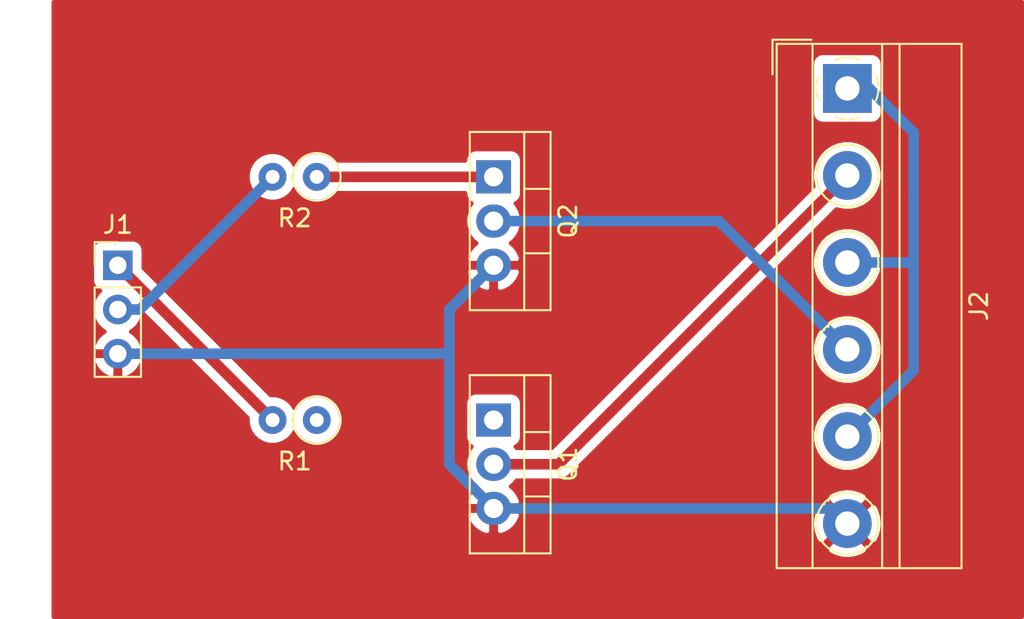
<source format=kicad_pcb>
(kicad_pcb (version 20171130) (host pcbnew "(5.1.10)-1")

  (general
    (thickness 1.6)
    (drawings 0)
    (tracks 22)
    (zones 0)
    (modules 6)
    (nets 9)
  )

  (page A4)
  (layers
    (0 F.Cu signal)
    (31 B.Cu signal)
    (32 B.Adhes user)
    (33 F.Adhes user)
    (34 B.Paste user)
    (35 F.Paste user)
    (36 B.SilkS user)
    (37 F.SilkS user)
    (38 B.Mask user)
    (39 F.Mask user)
    (40 Dwgs.User user)
    (41 Cmts.User user)
    (42 Eco1.User user)
    (43 Eco2.User user)
    (44 Edge.Cuts user)
    (45 Margin user)
    (46 B.CrtYd user)
    (47 F.CrtYd user)
    (48 B.Fab user)
    (49 F.Fab user)
  )

  (setup
    (last_trace_width 0.6096)
    (user_trace_width 0.6096)
    (user_trace_width 1.8796)
    (user_trace_width 4.7244)
    (user_trace_width 6.022)
    (user_trace_width 9.5758)
    (user_trace_width 9.6774)
    (trace_clearance 0.2)
    (zone_clearance 0.508)
    (zone_45_only no)
    (trace_min 0.2)
    (via_size 0.8)
    (via_drill 0.4)
    (via_min_size 0.4)
    (via_min_drill 0.3)
    (uvia_size 0.3)
    (uvia_drill 0.1)
    (uvias_allowed no)
    (uvia_min_size 0.2)
    (uvia_min_drill 0.1)
    (edge_width 0.05)
    (segment_width 0.2)
    (pcb_text_width 0.3)
    (pcb_text_size 1.5 1.5)
    (mod_edge_width 0.12)
    (mod_text_size 1 1)
    (mod_text_width 0.15)
    (pad_size 1.524 1.524)
    (pad_drill 0.762)
    (pad_to_mask_clearance 0)
    (aux_axis_origin 0 0)
    (visible_elements FFFFFF7F)
    (pcbplotparams
      (layerselection 0x010fc_ffffffff)
      (usegerberextensions false)
      (usegerberattributes true)
      (usegerberadvancedattributes true)
      (creategerberjobfile true)
      (excludeedgelayer true)
      (linewidth 0.100000)
      (plotframeref false)
      (viasonmask false)
      (mode 1)
      (useauxorigin false)
      (hpglpennumber 1)
      (hpglpenspeed 20)
      (hpglpendiameter 15.000000)
      (psnegative false)
      (psa4output false)
      (plotreference true)
      (plotvalue true)
      (plotinvisibletext false)
      (padsonsilk false)
      (subtractmaskfromsilk false)
      (outputformat 1)
      (mirror false)
      (drillshape 1)
      (scaleselection 1)
      (outputdirectory ""))
  )

  (net 0 "")
  (net 1 GND)
  (net 2 /RPI_2)
  (net 3 /RPI_1)
  (net 4 "Net-(J2-Pad1)")
  (net 5 /MOTOR-)
  (net 6 /SOLENOID-)
  (net 7 "Net-(Q1-Pad1)")
  (net 8 "Net-(Q2-Pad1)")

  (net_class Default "This is the default net class."
    (clearance 0.2)
    (trace_width 0.25)
    (via_dia 0.8)
    (via_drill 0.4)
    (uvia_dia 0.3)
    (uvia_drill 0.1)
    (add_net /MOTOR-)
    (add_net /RPI_1)
    (add_net /RPI_2)
    (add_net /SOLENOID-)
    (add_net GND)
    (add_net "Net-(J2-Pad1)")
    (add_net "Net-(Q1-Pad1)")
    (add_net "Net-(Q2-Pad1)")
  )

  (module Resistor_THT:R_Axial_DIN0207_L6.3mm_D2.5mm_P2.54mm_Vertical (layer F.Cu) (tedit 5AE5139B) (tstamp 61909C84)
    (at 133.35 68.58 180)
    (descr "Resistor, Axial_DIN0207 series, Axial, Vertical, pin pitch=2.54mm, 0.25W = 1/4W, length*diameter=6.3*2.5mm^2, http://cdn-reichelt.de/documents/datenblatt/B400/1_4W%23YAG.pdf")
    (tags "Resistor Axial_DIN0207 series Axial Vertical pin pitch 2.54mm 0.25W = 1/4W length 6.3mm diameter 2.5mm")
    (path /618F9C20)
    (fp_text reference R2 (at 1.27 -2.37) (layer F.SilkS)
      (effects (font (size 1 1) (thickness 0.15)))
    )
    (fp_text value 330 (at 1.27 2.37) (layer F.Fab)
      (effects (font (size 1 1) (thickness 0.15)))
    )
    (fp_text user %R (at 1.27 -2.37) (layer F.Fab)
      (effects (font (size 1 1) (thickness 0.15)))
    )
    (fp_circle (center 0 0) (end 1.25 0) (layer F.Fab) (width 0.1))
    (fp_circle (center 0 0) (end 1.37 0) (layer F.SilkS) (width 0.12))
    (fp_line (start 0 0) (end 2.54 0) (layer F.Fab) (width 0.1))
    (fp_line (start 1.37 0) (end 1.44 0) (layer F.SilkS) (width 0.12))
    (fp_line (start -1.5 -1.5) (end -1.5 1.5) (layer F.CrtYd) (width 0.05))
    (fp_line (start -1.5 1.5) (end 3.59 1.5) (layer F.CrtYd) (width 0.05))
    (fp_line (start 3.59 1.5) (end 3.59 -1.5) (layer F.CrtYd) (width 0.05))
    (fp_line (start 3.59 -1.5) (end -1.5 -1.5) (layer F.CrtYd) (width 0.05))
    (pad 2 thru_hole oval (at 2.54 0 180) (size 1.6 1.6) (drill 0.8) (layers *.Cu *.Mask)
      (net 2 /RPI_2))
    (pad 1 thru_hole circle (at 0 0 180) (size 1.6 1.6) (drill 0.8) (layers *.Cu *.Mask)
      (net 8 "Net-(Q2-Pad1)"))
    (model ${KISYS3DMOD}/Resistor_THT.3dshapes/R_Axial_DIN0207_L6.3mm_D2.5mm_P2.54mm_Vertical.wrl
      (at (xyz 0 0 0))
      (scale (xyz 1 1 1))
      (rotate (xyz 0 0 0))
    )
  )

  (module Resistor_THT:R_Axial_DIN0207_L6.3mm_D2.5mm_P2.54mm_Vertical (layer F.Cu) (tedit 5AE5139B) (tstamp 61909C75)
    (at 133.35 82.55 180)
    (descr "Resistor, Axial_DIN0207 series, Axial, Vertical, pin pitch=2.54mm, 0.25W = 1/4W, length*diameter=6.3*2.5mm^2, http://cdn-reichelt.de/documents/datenblatt/B400/1_4W%23YAG.pdf")
    (tags "Resistor Axial_DIN0207 series Axial Vertical pin pitch 2.54mm 0.25W = 1/4W length 6.3mm diameter 2.5mm")
    (path /618F9925)
    (fp_text reference R1 (at 1.27 -2.37) (layer F.SilkS)
      (effects (font (size 1 1) (thickness 0.15)))
    )
    (fp_text value 330 (at 1.27 2.37) (layer F.Fab)
      (effects (font (size 1 1) (thickness 0.15)))
    )
    (fp_text user %R (at 1.27 -2.37) (layer F.Fab)
      (effects (font (size 1 1) (thickness 0.15)))
    )
    (fp_circle (center 0 0) (end 1.25 0) (layer F.Fab) (width 0.1))
    (fp_circle (center 0 0) (end 1.37 0) (layer F.SilkS) (width 0.12))
    (fp_line (start 0 0) (end 2.54 0) (layer F.Fab) (width 0.1))
    (fp_line (start 1.37 0) (end 1.44 0) (layer F.SilkS) (width 0.12))
    (fp_line (start -1.5 -1.5) (end -1.5 1.5) (layer F.CrtYd) (width 0.05))
    (fp_line (start -1.5 1.5) (end 3.59 1.5) (layer F.CrtYd) (width 0.05))
    (fp_line (start 3.59 1.5) (end 3.59 -1.5) (layer F.CrtYd) (width 0.05))
    (fp_line (start 3.59 -1.5) (end -1.5 -1.5) (layer F.CrtYd) (width 0.05))
    (pad 2 thru_hole oval (at 2.54 0 180) (size 1.6 1.6) (drill 0.8) (layers *.Cu *.Mask)
      (net 3 /RPI_1))
    (pad 1 thru_hole circle (at 0 0 180) (size 1.6 1.6) (drill 0.8) (layers *.Cu *.Mask)
      (net 7 "Net-(Q1-Pad1)"))
    (model ${KISYS3DMOD}/Resistor_THT.3dshapes/R_Axial_DIN0207_L6.3mm_D2.5mm_P2.54mm_Vertical.wrl
      (at (xyz 0 0 0))
      (scale (xyz 1 1 1))
      (rotate (xyz 0 0 0))
    )
  )

  (module Package_TO_SOT_THT:TO-220-3_Vertical (layer F.Cu) (tedit 5AC8BA0D) (tstamp 61909C66)
    (at 143.51 68.58 270)
    (descr "TO-220-3, Vertical, RM 2.54mm, see https://www.vishay.com/docs/66542/to-220-1.pdf")
    (tags "TO-220-3 Vertical RM 2.54mm")
    (path /618F8F1F)
    (fp_text reference Q2 (at 2.54 -4.27 90) (layer F.SilkS)
      (effects (font (size 1 1) (thickness 0.15)))
    )
    (fp_text value TIP41C (at 2.54 2.5 90) (layer F.Fab)
      (effects (font (size 1 1) (thickness 0.15)))
    )
    (fp_text user %R (at 2.54 -4.27 90) (layer F.Fab)
      (effects (font (size 1 1) (thickness 0.15)))
    )
    (fp_line (start -2.46 -3.15) (end -2.46 1.25) (layer F.Fab) (width 0.1))
    (fp_line (start -2.46 1.25) (end 7.54 1.25) (layer F.Fab) (width 0.1))
    (fp_line (start 7.54 1.25) (end 7.54 -3.15) (layer F.Fab) (width 0.1))
    (fp_line (start 7.54 -3.15) (end -2.46 -3.15) (layer F.Fab) (width 0.1))
    (fp_line (start -2.46 -1.88) (end 7.54 -1.88) (layer F.Fab) (width 0.1))
    (fp_line (start 0.69 -3.15) (end 0.69 -1.88) (layer F.Fab) (width 0.1))
    (fp_line (start 4.39 -3.15) (end 4.39 -1.88) (layer F.Fab) (width 0.1))
    (fp_line (start -2.58 -3.27) (end 7.66 -3.27) (layer F.SilkS) (width 0.12))
    (fp_line (start -2.58 1.371) (end 7.66 1.371) (layer F.SilkS) (width 0.12))
    (fp_line (start -2.58 -3.27) (end -2.58 1.371) (layer F.SilkS) (width 0.12))
    (fp_line (start 7.66 -3.27) (end 7.66 1.371) (layer F.SilkS) (width 0.12))
    (fp_line (start -2.58 -1.76) (end 7.66 -1.76) (layer F.SilkS) (width 0.12))
    (fp_line (start 0.69 -3.27) (end 0.69 -1.76) (layer F.SilkS) (width 0.12))
    (fp_line (start 4.391 -3.27) (end 4.391 -1.76) (layer F.SilkS) (width 0.12))
    (fp_line (start -2.71 -3.4) (end -2.71 1.51) (layer F.CrtYd) (width 0.05))
    (fp_line (start -2.71 1.51) (end 7.79 1.51) (layer F.CrtYd) (width 0.05))
    (fp_line (start 7.79 1.51) (end 7.79 -3.4) (layer F.CrtYd) (width 0.05))
    (fp_line (start 7.79 -3.4) (end -2.71 -3.4) (layer F.CrtYd) (width 0.05))
    (pad 3 thru_hole oval (at 5.08 0 270) (size 1.905 2) (drill 1.1) (layers *.Cu *.Mask)
      (net 1 GND))
    (pad 2 thru_hole oval (at 2.54 0 270) (size 1.905 2) (drill 1.1) (layers *.Cu *.Mask)
      (net 5 /MOTOR-))
    (pad 1 thru_hole rect (at 0 0 270) (size 1.905 2) (drill 1.1) (layers *.Cu *.Mask)
      (net 8 "Net-(Q2-Pad1)"))
    (model ${KISYS3DMOD}/Package_TO_SOT_THT.3dshapes/TO-220-3_Vertical.wrl
      (at (xyz 0 0 0))
      (scale (xyz 1 1 1))
      (rotate (xyz 0 0 0))
    )
  )

  (module Package_TO_SOT_THT:TO-220-3_Vertical (layer F.Cu) (tedit 5AC8BA0D) (tstamp 61909C4C)
    (at 143.51 82.55 270)
    (descr "TO-220-3, Vertical, RM 2.54mm, see https://www.vishay.com/docs/66542/to-220-1.pdf")
    (tags "TO-220-3 Vertical RM 2.54mm")
    (path /618F83C5)
    (fp_text reference Q1 (at 2.54 -4.27 90) (layer F.SilkS)
      (effects (font (size 1 1) (thickness 0.15)))
    )
    (fp_text value TIP41C (at 2.54 2.5 90) (layer F.Fab)
      (effects (font (size 1 1) (thickness 0.15)))
    )
    (fp_text user %R (at 2.54 -4.27 90) (layer F.Fab)
      (effects (font (size 1 1) (thickness 0.15)))
    )
    (fp_line (start -2.46 -3.15) (end -2.46 1.25) (layer F.Fab) (width 0.1))
    (fp_line (start -2.46 1.25) (end 7.54 1.25) (layer F.Fab) (width 0.1))
    (fp_line (start 7.54 1.25) (end 7.54 -3.15) (layer F.Fab) (width 0.1))
    (fp_line (start 7.54 -3.15) (end -2.46 -3.15) (layer F.Fab) (width 0.1))
    (fp_line (start -2.46 -1.88) (end 7.54 -1.88) (layer F.Fab) (width 0.1))
    (fp_line (start 0.69 -3.15) (end 0.69 -1.88) (layer F.Fab) (width 0.1))
    (fp_line (start 4.39 -3.15) (end 4.39 -1.88) (layer F.Fab) (width 0.1))
    (fp_line (start -2.58 -3.27) (end 7.66 -3.27) (layer F.SilkS) (width 0.12))
    (fp_line (start -2.58 1.371) (end 7.66 1.371) (layer F.SilkS) (width 0.12))
    (fp_line (start -2.58 -3.27) (end -2.58 1.371) (layer F.SilkS) (width 0.12))
    (fp_line (start 7.66 -3.27) (end 7.66 1.371) (layer F.SilkS) (width 0.12))
    (fp_line (start -2.58 -1.76) (end 7.66 -1.76) (layer F.SilkS) (width 0.12))
    (fp_line (start 0.69 -3.27) (end 0.69 -1.76) (layer F.SilkS) (width 0.12))
    (fp_line (start 4.391 -3.27) (end 4.391 -1.76) (layer F.SilkS) (width 0.12))
    (fp_line (start -2.71 -3.4) (end -2.71 1.51) (layer F.CrtYd) (width 0.05))
    (fp_line (start -2.71 1.51) (end 7.79 1.51) (layer F.CrtYd) (width 0.05))
    (fp_line (start 7.79 1.51) (end 7.79 -3.4) (layer F.CrtYd) (width 0.05))
    (fp_line (start 7.79 -3.4) (end -2.71 -3.4) (layer F.CrtYd) (width 0.05))
    (pad 3 thru_hole oval (at 5.08 0 270) (size 1.905 2) (drill 1.1) (layers *.Cu *.Mask)
      (net 1 GND))
    (pad 2 thru_hole oval (at 2.54 0 270) (size 1.905 2) (drill 1.1) (layers *.Cu *.Mask)
      (net 6 /SOLENOID-))
    (pad 1 thru_hole rect (at 0 0 270) (size 1.905 2) (drill 1.1) (layers *.Cu *.Mask)
      (net 7 "Net-(Q1-Pad1)"))
    (model ${KISYS3DMOD}/Package_TO_SOT_THT.3dshapes/TO-220-3_Vertical.wrl
      (at (xyz 0 0 0))
      (scale (xyz 1 1 1))
      (rotate (xyz 0 0 0))
    )
  )

  (module TerminalBlock_MetzConnect:TerminalBlock_MetzConnect_Type011_RT05506HBWC_1x06_P5.00mm_Horizontal (layer F.Cu) (tedit 5B294E9B) (tstamp 61909C32)
    (at 163.83 63.5 270)
    (descr "terminal block Metz Connect Type011_RT05506HBWC, 6 pins, pitch 5mm, size 30x10.5mm^2, drill diamater 1.4mm, pad diameter 2.8mm, see http://www.metz-connect.com/de/system/files/productfiles/Datenblatt_310111_RT055xxHBLC_OFF-022717S.pdf, script-generated using https://github.com/pointhi/kicad-footprint-generator/scripts/TerminalBlock_MetzConnect")
    (tags "THT terminal block Metz Connect Type011_RT05506HBWC pitch 5mm size 30x10.5mm^2 drill 1.4mm pad 2.8mm")
    (path /6190C716)
    (fp_text reference J2 (at 12.5 -7.56 90) (layer F.SilkS)
      (effects (font (size 1 1) (thickness 0.15)))
    )
    (fp_text value Screw_Terminal_01x06 (at 12.5 5.06 90) (layer F.Fab)
      (effects (font (size 1 1) (thickness 0.15)))
    )
    (fp_text user %R (at 12.5 3.25 90) (layer F.Fab)
      (effects (font (size 1 1) (thickness 0.15)))
    )
    (fp_arc (start 0 0) (end -0.696 1.639) (angle -24) (layer F.SilkS) (width 0.12))
    (fp_arc (start 0 0) (end -1.639 -0.696) (angle -46) (layer F.SilkS) (width 0.12))
    (fp_arc (start 0 0) (end 0.696 -1.639) (angle -46) (layer F.SilkS) (width 0.12))
    (fp_arc (start 0 0) (end 1.639 0.696) (angle -46) (layer F.SilkS) (width 0.12))
    (fp_arc (start 0 0) (end 0 1.78) (angle -23) (layer F.SilkS) (width 0.12))
    (fp_circle (center 0 0) (end 1.6 0) (layer F.Fab) (width 0.1))
    (fp_circle (center 5 0) (end 6.6 0) (layer F.Fab) (width 0.1))
    (fp_circle (center 5 0) (end 6.78 0) (layer F.SilkS) (width 0.12))
    (fp_circle (center 10 0) (end 11.6 0) (layer F.Fab) (width 0.1))
    (fp_circle (center 10 0) (end 11.78 0) (layer F.SilkS) (width 0.12))
    (fp_circle (center 15 0) (end 16.6 0) (layer F.Fab) (width 0.1))
    (fp_circle (center 15 0) (end 16.78 0) (layer F.SilkS) (width 0.12))
    (fp_circle (center 20 0) (end 21.6 0) (layer F.Fab) (width 0.1))
    (fp_circle (center 20 0) (end 21.78 0) (layer F.SilkS) (width 0.12))
    (fp_circle (center 25 0) (end 26.6 0) (layer F.Fab) (width 0.1))
    (fp_circle (center 25 0) (end 26.78 0) (layer F.SilkS) (width 0.12))
    (fp_line (start -2.5 -6.5) (end 27.5 -6.5) (layer F.Fab) (width 0.1))
    (fp_line (start 27.5 -6.5) (end 27.5 4) (layer F.Fab) (width 0.1))
    (fp_line (start 27.5 4) (end -0.5 4) (layer F.Fab) (width 0.1))
    (fp_line (start -0.5 4) (end -2.5 2) (layer F.Fab) (width 0.1))
    (fp_line (start -2.5 2) (end -2.5 -6.5) (layer F.Fab) (width 0.1))
    (fp_line (start -2.5 2) (end 27.5 2) (layer F.Fab) (width 0.1))
    (fp_line (start -2.56 2) (end 27.56 2) (layer F.SilkS) (width 0.12))
    (fp_line (start -2.5 -2) (end 27.5 -2) (layer F.Fab) (width 0.1))
    (fp_line (start -2.56 -2) (end 27.56 -2) (layer F.SilkS) (width 0.12))
    (fp_line (start -2.5 -3) (end 27.5 -3) (layer F.Fab) (width 0.1))
    (fp_line (start -2.56 -3) (end 27.56 -3) (layer F.SilkS) (width 0.12))
    (fp_line (start -2.56 -6.56) (end 27.56 -6.56) (layer F.SilkS) (width 0.12))
    (fp_line (start -2.56 4.06) (end 27.56 4.06) (layer F.SilkS) (width 0.12))
    (fp_line (start -2.56 -6.56) (end -2.56 4.06) (layer F.SilkS) (width 0.12))
    (fp_line (start 27.56 -6.56) (end 27.56 4.06) (layer F.SilkS) (width 0.12))
    (fp_line (start 1.214 -1.019) (end -1.019 1.214) (layer F.Fab) (width 0.1))
    (fp_line (start 1.019 -1.214) (end -1.214 1.018) (layer F.Fab) (width 0.1))
    (fp_line (start 6.214 -1.019) (end 3.982 1.214) (layer F.Fab) (width 0.1))
    (fp_line (start 6.019 -1.214) (end 3.787 1.018) (layer F.Fab) (width 0.1))
    (fp_line (start 6.35 -1.133) (end 6.301 -1.083) (layer F.SilkS) (width 0.12))
    (fp_line (start 3.892 1.325) (end 3.868 1.35) (layer F.SilkS) (width 0.12))
    (fp_line (start 6.133 -1.35) (end 6.108 -1.326) (layer F.SilkS) (width 0.12))
    (fp_line (start 3.7 1.083) (end 3.65 1.133) (layer F.SilkS) (width 0.12))
    (fp_line (start 11.214 -1.019) (end 8.982 1.214) (layer F.Fab) (width 0.1))
    (fp_line (start 11.019 -1.214) (end 8.787 1.018) (layer F.Fab) (width 0.1))
    (fp_line (start 11.35 -1.133) (end 11.301 -1.083) (layer F.SilkS) (width 0.12))
    (fp_line (start 8.892 1.325) (end 8.868 1.35) (layer F.SilkS) (width 0.12))
    (fp_line (start 11.133 -1.35) (end 11.108 -1.326) (layer F.SilkS) (width 0.12))
    (fp_line (start 8.7 1.083) (end 8.65 1.133) (layer F.SilkS) (width 0.12))
    (fp_line (start 16.214 -1.019) (end 13.982 1.214) (layer F.Fab) (width 0.1))
    (fp_line (start 16.019 -1.214) (end 13.787 1.018) (layer F.Fab) (width 0.1))
    (fp_line (start 16.35 -1.133) (end 16.301 -1.083) (layer F.SilkS) (width 0.12))
    (fp_line (start 13.892 1.325) (end 13.868 1.35) (layer F.SilkS) (width 0.12))
    (fp_line (start 16.133 -1.35) (end 16.108 -1.326) (layer F.SilkS) (width 0.12))
    (fp_line (start 13.7 1.083) (end 13.65 1.133) (layer F.SilkS) (width 0.12))
    (fp_line (start 21.214 -1.019) (end 18.982 1.214) (layer F.Fab) (width 0.1))
    (fp_line (start 21.019 -1.214) (end 18.787 1.018) (layer F.Fab) (width 0.1))
    (fp_line (start 21.35 -1.133) (end 21.301 -1.083) (layer F.SilkS) (width 0.12))
    (fp_line (start 18.892 1.325) (end 18.868 1.35) (layer F.SilkS) (width 0.12))
    (fp_line (start 21.133 -1.35) (end 21.108 -1.326) (layer F.SilkS) (width 0.12))
    (fp_line (start 18.7 1.083) (end 18.65 1.133) (layer F.SilkS) (width 0.12))
    (fp_line (start 26.214 -1.019) (end 23.982 1.214) (layer F.Fab) (width 0.1))
    (fp_line (start 26.019 -1.214) (end 23.787 1.018) (layer F.Fab) (width 0.1))
    (fp_line (start 26.35 -1.133) (end 26.301 -1.083) (layer F.SilkS) (width 0.12))
    (fp_line (start 23.892 1.325) (end 23.868 1.35) (layer F.SilkS) (width 0.12))
    (fp_line (start 26.133 -1.35) (end 26.108 -1.326) (layer F.SilkS) (width 0.12))
    (fp_line (start 23.7 1.083) (end 23.65 1.133) (layer F.SilkS) (width 0.12))
    (fp_line (start -2.8 2.06) (end -2.8 4.3) (layer F.SilkS) (width 0.12))
    (fp_line (start -2.8 4.3) (end -0.8 4.3) (layer F.SilkS) (width 0.12))
    (fp_line (start -3 -7) (end -3 4.5) (layer F.CrtYd) (width 0.05))
    (fp_line (start -3 4.5) (end 28 4.5) (layer F.CrtYd) (width 0.05))
    (fp_line (start 28 4.5) (end 28 -7) (layer F.CrtYd) (width 0.05))
    (fp_line (start 28 -7) (end -3 -7) (layer F.CrtYd) (width 0.05))
    (pad 6 thru_hole circle (at 25 0 270) (size 2.8 2.8) (drill 1.4) (layers *.Cu *.Mask)
      (net 1 GND))
    (pad 5 thru_hole circle (at 20 0 270) (size 2.8 2.8) (drill 1.4) (layers *.Cu *.Mask)
      (net 4 "Net-(J2-Pad1)"))
    (pad 4 thru_hole circle (at 15 0 270) (size 2.8 2.8) (drill 1.4) (layers *.Cu *.Mask)
      (net 5 /MOTOR-))
    (pad 3 thru_hole circle (at 10 0 270) (size 2.8 2.8) (drill 1.4) (layers *.Cu *.Mask)
      (net 4 "Net-(J2-Pad1)"))
    (pad 2 thru_hole circle (at 5 0 270) (size 2.8 2.8) (drill 1.4) (layers *.Cu *.Mask)
      (net 6 /SOLENOID-))
    (pad 1 thru_hole rect (at 0 0 270) (size 2.8 2.8) (drill 1.4) (layers *.Cu *.Mask)
      (net 4 "Net-(J2-Pad1)"))
    (model ${KISYS3DMOD}/TerminalBlock_MetzConnect.3dshapes/TerminalBlock_MetzConnect_Type011_RT05506HBWC_1x06_P5.00mm_Horizontal.wrl
      (at (xyz 0 0 0))
      (scale (xyz 1 1 1))
      (rotate (xyz 0 0 0))
    )
  )

  (module Connector_PinHeader_2.54mm:PinHeader_1x03_P2.54mm_Vertical (layer F.Cu) (tedit 59FED5CC) (tstamp 61909BE2)
    (at 121.92 73.66)
    (descr "Through hole straight pin header, 1x03, 2.54mm pitch, single row")
    (tags "Through hole pin header THT 1x03 2.54mm single row")
    (path /618FA783)
    (fp_text reference J1 (at 0 -2.33) (layer F.SilkS)
      (effects (font (size 1 1) (thickness 0.15)))
    )
    (fp_text value Conn_01x03_Male (at 0 7.41) (layer F.Fab)
      (effects (font (size 1 1) (thickness 0.15)))
    )
    (fp_text user %R (at 0 2.54 90) (layer F.Fab)
      (effects (font (size 1 1) (thickness 0.15)))
    )
    (fp_line (start -0.635 -1.27) (end 1.27 -1.27) (layer F.Fab) (width 0.1))
    (fp_line (start 1.27 -1.27) (end 1.27 6.35) (layer F.Fab) (width 0.1))
    (fp_line (start 1.27 6.35) (end -1.27 6.35) (layer F.Fab) (width 0.1))
    (fp_line (start -1.27 6.35) (end -1.27 -0.635) (layer F.Fab) (width 0.1))
    (fp_line (start -1.27 -0.635) (end -0.635 -1.27) (layer F.Fab) (width 0.1))
    (fp_line (start -1.33 6.41) (end 1.33 6.41) (layer F.SilkS) (width 0.12))
    (fp_line (start -1.33 1.27) (end -1.33 6.41) (layer F.SilkS) (width 0.12))
    (fp_line (start 1.33 1.27) (end 1.33 6.41) (layer F.SilkS) (width 0.12))
    (fp_line (start -1.33 1.27) (end 1.33 1.27) (layer F.SilkS) (width 0.12))
    (fp_line (start -1.33 0) (end -1.33 -1.33) (layer F.SilkS) (width 0.12))
    (fp_line (start -1.33 -1.33) (end 0 -1.33) (layer F.SilkS) (width 0.12))
    (fp_line (start -1.8 -1.8) (end -1.8 6.85) (layer F.CrtYd) (width 0.05))
    (fp_line (start -1.8 6.85) (end 1.8 6.85) (layer F.CrtYd) (width 0.05))
    (fp_line (start 1.8 6.85) (end 1.8 -1.8) (layer F.CrtYd) (width 0.05))
    (fp_line (start 1.8 -1.8) (end -1.8 -1.8) (layer F.CrtYd) (width 0.05))
    (pad 3 thru_hole oval (at 0 5.08) (size 1.7 1.7) (drill 1) (layers *.Cu *.Mask)
      (net 1 GND))
    (pad 2 thru_hole oval (at 0 2.54) (size 1.7 1.7) (drill 1) (layers *.Cu *.Mask)
      (net 2 /RPI_2))
    (pad 1 thru_hole rect (at 0 0) (size 1.7 1.7) (drill 1) (layers *.Cu *.Mask)
      (net 3 /RPI_1))
    (model ${KISYS3DMOD}/Connector_PinHeader_2.54mm.3dshapes/PinHeader_1x03_P2.54mm_Vertical.wrl
      (at (xyz 0 0 0))
      (scale (xyz 1 1 1))
      (rotate (xyz 0 0 0))
    )
  )

  (segment (start 140.97 85.09) (end 143.51 87.63) (width 0.6096) (layer B.Cu) (net 1))
  (segment (start 143.51 73.66) (end 140.97 76.2) (width 0.6096) (layer B.Cu) (net 1))
  (segment (start 121.92 78.74) (end 138.43 78.74) (width 0.6096) (layer B.Cu) (net 1))
  (segment (start 162.96 87.63) (end 163.83 88.5) (width 0.6096) (layer B.Cu) (net 1))
  (segment (start 143.51 87.63) (end 162.96 87.63) (width 0.6096) (layer B.Cu) (net 1))
  (segment (start 138.43 78.74) (end 140.97 78.74) (width 0.6096) (layer B.Cu) (net 1))
  (segment (start 140.97 78.74) (end 140.97 85.09) (width 0.6096) (layer B.Cu) (net 1))
  (segment (start 140.97 76.2) (end 140.97 78.74) (width 0.6096) (layer B.Cu) (net 1))
  (segment (start 123.19 76.2) (end 130.81 68.58) (width 0.6096) (layer B.Cu) (net 2))
  (segment (start 121.92 76.2) (end 123.19 76.2) (width 0.6096) (layer B.Cu) (net 2))
  (segment (start 121.92 73.66) (end 130.81 82.55) (width 0.6096) (layer F.Cu) (net 3))
  (segment (start 167.64 66.04) (end 167.64 69.69) (width 0.6096) (layer B.Cu) (net 4))
  (segment (start 165.1 63.5) (end 167.64 66.04) (width 0.6096) (layer B.Cu) (net 4))
  (segment (start 163.83 63.5) (end 165.1 63.5) (width 0.6096) (layer B.Cu) (net 4))
  (segment (start 167.64 79.69) (end 163.83 83.5) (width 0.6096) (layer B.Cu) (net 4))
  (segment (start 167.64 69.69) (end 167.64 79.69) (width 0.6096) (layer B.Cu) (net 4))
  (segment (start 163.83 73.5) (end 167.48 73.5) (width 0.6096) (layer B.Cu) (net 4))
  (segment (start 156.45 71.12) (end 163.83 78.5) (width 0.6096) (layer B.Cu) (net 5))
  (segment (start 143.51 71.12) (end 156.45 71.12) (width 0.6096) (layer B.Cu) (net 5))
  (segment (start 147.24 85.09) (end 143.51 85.09) (width 0.6096) (layer F.Cu) (net 6))
  (segment (start 163.83 68.5) (end 147.24 85.09) (width 0.6096) (layer F.Cu) (net 6))
  (segment (start 133.35 68.58) (end 143.51 68.58) (width 0.6096) (layer F.Cu) (net 8))

  (zone (net 1) (net_name GND) (layer F.Cu) (tstamp 6190A3CD) (hatch edge 0.508)
    (connect_pads (clearance 0.508))
    (min_thickness 0.254)
    (fill yes (arc_segments 32) (thermal_gap 0.508) (thermal_bridge_width 0.508))
    (polygon
      (pts
        (xy 173.99 93.98) (xy 118.11 93.98) (xy 118.11 58.42) (xy 173.99 58.42)
      )
    )
    (filled_polygon
      (pts
        (xy 173.863 93.853) (xy 118.237 93.853) (xy 118.237 89.920447) (xy 162.589158 89.920447) (xy 162.733135 90.22577)
        (xy 163.090892 90.406597) (xy 163.477053 90.514155) (xy 163.876777 90.54431) (xy 164.274704 90.495904) (xy 164.65554 90.370795)
        (xy 164.926865 90.22577) (xy 165.070842 89.920447) (xy 163.83 88.679605) (xy 162.589158 89.920447) (xy 118.237 89.920447)
        (xy 118.237 88.00298) (xy 141.919437 88.00298) (xy 141.990429 88.221094) (xy 142.134031 88.496923) (xy 142.328685 88.739437)
        (xy 142.566911 88.939316) (xy 142.839554 89.088879) (xy 143.136137 89.182378) (xy 143.383 89.05557) (xy 143.383 87.757)
        (xy 143.637 87.757) (xy 143.637 89.05557) (xy 143.883863 89.182378) (xy 144.180446 89.088879) (xy 144.453089 88.939316)
        (xy 144.691315 88.739437) (xy 144.845953 88.546777) (xy 161.78569 88.546777) (xy 161.834096 88.944704) (xy 161.959205 89.32554)
        (xy 162.10423 89.596865) (xy 162.409553 89.740842) (xy 163.650395 88.5) (xy 164.009605 88.5) (xy 165.250447 89.740842)
        (xy 165.55577 89.596865) (xy 165.736597 89.239108) (xy 165.844155 88.852947) (xy 165.87431 88.453223) (xy 165.825904 88.055296)
        (xy 165.700795 87.67446) (xy 165.55577 87.403135) (xy 165.250447 87.259158) (xy 164.009605 88.5) (xy 163.650395 88.5)
        (xy 162.409553 87.259158) (xy 162.10423 87.403135) (xy 161.923403 87.760892) (xy 161.815845 88.147053) (xy 161.78569 88.546777)
        (xy 144.845953 88.546777) (xy 144.885969 88.496923) (xy 145.029571 88.221094) (xy 145.100563 88.00298) (xy 144.980594 87.757)
        (xy 143.637 87.757) (xy 143.383 87.757) (xy 142.039406 87.757) (xy 141.919437 88.00298) (xy 118.237 88.00298)
        (xy 118.237 85.09) (xy 141.867319 85.09) (xy 141.89797 85.401204) (xy 141.988745 85.700449) (xy 142.136155 85.976235)
        (xy 142.334537 86.217963) (xy 142.513899 86.365163) (xy 142.328685 86.520563) (xy 142.134031 86.763077) (xy 141.990429 87.038906)
        (xy 141.919437 87.25702) (xy 142.039406 87.503) (xy 143.383 87.503) (xy 143.383 87.483) (xy 143.637 87.483)
        (xy 143.637 87.503) (xy 144.980594 87.503) (xy 145.100563 87.25702) (xy 145.042801 87.079553) (xy 162.589158 87.079553)
        (xy 163.83 88.320395) (xy 165.070842 87.079553) (xy 164.926865 86.77423) (xy 164.569108 86.593403) (xy 164.182947 86.485845)
        (xy 163.783223 86.45569) (xy 163.385296 86.504096) (xy 163.00446 86.629205) (xy 162.733135 86.77423) (xy 162.589158 87.079553)
        (xy 145.042801 87.079553) (xy 145.029571 87.038906) (xy 144.885969 86.763077) (xy 144.691315 86.520563) (xy 144.506101 86.365163)
        (xy 144.685463 86.217963) (xy 144.839885 86.0298) (xy 147.193843 86.0298) (xy 147.24 86.034346) (xy 147.286157 86.0298)
        (xy 147.286167 86.0298) (xy 147.424233 86.016202) (xy 147.601386 85.962463) (xy 147.764651 85.875196) (xy 147.907754 85.757754)
        (xy 147.937191 85.721885) (xy 150.359506 83.29957) (xy 161.795 83.29957) (xy 161.795 83.70043) (xy 161.873204 84.093587)
        (xy 162.026607 84.463934) (xy 162.249313 84.797237) (xy 162.532763 85.080687) (xy 162.866066 85.303393) (xy 163.236413 85.456796)
        (xy 163.62957 85.535) (xy 164.03043 85.535) (xy 164.423587 85.456796) (xy 164.793934 85.303393) (xy 165.127237 85.080687)
        (xy 165.410687 84.797237) (xy 165.633393 84.463934) (xy 165.786796 84.093587) (xy 165.865 83.70043) (xy 165.865 83.29957)
        (xy 165.786796 82.906413) (xy 165.633393 82.536066) (xy 165.410687 82.202763) (xy 165.127237 81.919313) (xy 164.793934 81.696607)
        (xy 164.423587 81.543204) (xy 164.03043 81.465) (xy 163.62957 81.465) (xy 163.236413 81.543204) (xy 162.866066 81.696607)
        (xy 162.532763 81.919313) (xy 162.249313 82.202763) (xy 162.026607 82.536066) (xy 161.873204 82.906413) (xy 161.795 83.29957)
        (xy 150.359506 83.29957) (xy 155.359506 78.29957) (xy 161.795 78.29957) (xy 161.795 78.70043) (xy 161.873204 79.093587)
        (xy 162.026607 79.463934) (xy 162.249313 79.797237) (xy 162.532763 80.080687) (xy 162.866066 80.303393) (xy 163.236413 80.456796)
        (xy 163.62957 80.535) (xy 164.03043 80.535) (xy 164.423587 80.456796) (xy 164.793934 80.303393) (xy 165.127237 80.080687)
        (xy 165.410687 79.797237) (xy 165.633393 79.463934) (xy 165.786796 79.093587) (xy 165.865 78.70043) (xy 165.865 78.29957)
        (xy 165.786796 77.906413) (xy 165.633393 77.536066) (xy 165.410687 77.202763) (xy 165.127237 76.919313) (xy 164.793934 76.696607)
        (xy 164.423587 76.543204) (xy 164.03043 76.465) (xy 163.62957 76.465) (xy 163.236413 76.543204) (xy 162.866066 76.696607)
        (xy 162.532763 76.919313) (xy 162.249313 77.202763) (xy 162.026607 77.536066) (xy 161.873204 77.906413) (xy 161.795 78.29957)
        (xy 155.359506 78.29957) (xy 160.359506 73.29957) (xy 161.795 73.29957) (xy 161.795 73.70043) (xy 161.873204 74.093587)
        (xy 162.026607 74.463934) (xy 162.249313 74.797237) (xy 162.532763 75.080687) (xy 162.866066 75.303393) (xy 163.236413 75.456796)
        (xy 163.62957 75.535) (xy 164.03043 75.535) (xy 164.423587 75.456796) (xy 164.793934 75.303393) (xy 165.127237 75.080687)
        (xy 165.410687 74.797237) (xy 165.633393 74.463934) (xy 165.786796 74.093587) (xy 165.865 73.70043) (xy 165.865 73.29957)
        (xy 165.786796 72.906413) (xy 165.633393 72.536066) (xy 165.410687 72.202763) (xy 165.127237 71.919313) (xy 164.793934 71.696607)
        (xy 164.423587 71.543204) (xy 164.03043 71.465) (xy 163.62957 71.465) (xy 163.236413 71.543204) (xy 162.866066 71.696607)
        (xy 162.532763 71.919313) (xy 162.249313 72.202763) (xy 162.026607 72.536066) (xy 161.873204 72.906413) (xy 161.795 73.29957)
        (xy 160.359506 73.29957) (xy 163.212278 70.446799) (xy 163.236413 70.456796) (xy 163.62957 70.535) (xy 164.03043 70.535)
        (xy 164.423587 70.456796) (xy 164.793934 70.303393) (xy 165.127237 70.080687) (xy 165.410687 69.797237) (xy 165.633393 69.463934)
        (xy 165.786796 69.093587) (xy 165.865 68.70043) (xy 165.865 68.29957) (xy 165.786796 67.906413) (xy 165.633393 67.536066)
        (xy 165.410687 67.202763) (xy 165.127237 66.919313) (xy 164.793934 66.696607) (xy 164.423587 66.543204) (xy 164.03043 66.465)
        (xy 163.62957 66.465) (xy 163.236413 66.543204) (xy 162.866066 66.696607) (xy 162.532763 66.919313) (xy 162.249313 67.202763)
        (xy 162.026607 67.536066) (xy 161.873204 67.906413) (xy 161.795 68.29957) (xy 161.795 68.70043) (xy 161.873204 69.093587)
        (xy 161.883201 69.117722) (xy 146.850724 84.1502) (xy 144.839885 84.1502) (xy 144.780554 84.077905) (xy 144.864494 84.033037)
        (xy 144.961185 83.953685) (xy 145.040537 83.856994) (xy 145.099502 83.74668) (xy 145.135812 83.626982) (xy 145.148072 83.5025)
        (xy 145.148072 81.5975) (xy 145.135812 81.473018) (xy 145.099502 81.35332) (xy 145.040537 81.243006) (xy 144.961185 81.146315)
        (xy 144.864494 81.066963) (xy 144.75418 81.007998) (xy 144.634482 80.971688) (xy 144.51 80.959428) (xy 142.51 80.959428)
        (xy 142.385518 80.971688) (xy 142.26582 81.007998) (xy 142.155506 81.066963) (xy 142.058815 81.146315) (xy 141.979463 81.243006)
        (xy 141.920498 81.35332) (xy 141.884188 81.473018) (xy 141.871928 81.5975) (xy 141.871928 83.5025) (xy 141.884188 83.626982)
        (xy 141.920498 83.74668) (xy 141.979463 83.856994) (xy 142.058815 83.953685) (xy 142.155506 84.033037) (xy 142.239446 84.077905)
        (xy 142.136155 84.203765) (xy 141.988745 84.479551) (xy 141.89797 84.778796) (xy 141.867319 85.09) (xy 118.237 85.09)
        (xy 118.237 79.09689) (xy 120.478524 79.09689) (xy 120.523175 79.244099) (xy 120.648359 79.50692) (xy 120.822412 79.740269)
        (xy 121.038645 79.935178) (xy 121.288748 80.084157) (xy 121.563109 80.181481) (xy 121.793 80.060814) (xy 121.793 78.867)
        (xy 122.047 78.867) (xy 122.047 80.060814) (xy 122.276891 80.181481) (xy 122.551252 80.084157) (xy 122.801355 79.935178)
        (xy 123.017588 79.740269) (xy 123.191641 79.50692) (xy 123.316825 79.244099) (xy 123.361476 79.09689) (xy 123.240155 78.867)
        (xy 122.047 78.867) (xy 121.793 78.867) (xy 120.599845 78.867) (xy 120.478524 79.09689) (xy 118.237 79.09689)
        (xy 118.237 72.81) (xy 120.431928 72.81) (xy 120.431928 74.51) (xy 120.444188 74.634482) (xy 120.480498 74.75418)
        (xy 120.539463 74.864494) (xy 120.618815 74.961185) (xy 120.715506 75.040537) (xy 120.82582 75.099502) (xy 120.89838 75.121513)
        (xy 120.766525 75.253368) (xy 120.60401 75.496589) (xy 120.492068 75.766842) (xy 120.435 76.05374) (xy 120.435 76.34626)
        (xy 120.492068 76.633158) (xy 120.60401 76.903411) (xy 120.766525 77.146632) (xy 120.973368 77.353475) (xy 121.155534 77.475195)
        (xy 121.038645 77.544822) (xy 120.822412 77.739731) (xy 120.648359 77.97308) (xy 120.523175 78.235901) (xy 120.478524 78.38311)
        (xy 120.599845 78.613) (xy 121.793 78.613) (xy 121.793 78.593) (xy 122.047 78.593) (xy 122.047 78.613)
        (xy 123.240155 78.613) (xy 123.361476 78.38311) (xy 123.316825 78.235901) (xy 123.191641 77.97308) (xy 123.017588 77.739731)
        (xy 122.801355 77.544822) (xy 122.684466 77.475195) (xy 122.866632 77.353475) (xy 123.073475 77.146632) (xy 123.23599 76.903411)
        (xy 123.347932 76.633158) (xy 123.383794 76.45287) (xy 129.375 82.444078) (xy 129.375 82.691335) (xy 129.430147 82.968574)
        (xy 129.53832 83.229727) (xy 129.695363 83.464759) (xy 129.895241 83.664637) (xy 130.130273 83.82168) (xy 130.391426 83.929853)
        (xy 130.668665 83.985) (xy 130.951335 83.985) (xy 131.228574 83.929853) (xy 131.489727 83.82168) (xy 131.724759 83.664637)
        (xy 131.924637 83.464759) (xy 132.08 83.232241) (xy 132.235363 83.464759) (xy 132.435241 83.664637) (xy 132.670273 83.82168)
        (xy 132.931426 83.929853) (xy 133.208665 83.985) (xy 133.491335 83.985) (xy 133.768574 83.929853) (xy 134.029727 83.82168)
        (xy 134.264759 83.664637) (xy 134.464637 83.464759) (xy 134.62168 83.229727) (xy 134.729853 82.968574) (xy 134.785 82.691335)
        (xy 134.785 82.408665) (xy 134.729853 82.131426) (xy 134.62168 81.870273) (xy 134.464637 81.635241) (xy 134.264759 81.435363)
        (xy 134.029727 81.27832) (xy 133.768574 81.170147) (xy 133.491335 81.115) (xy 133.208665 81.115) (xy 132.931426 81.170147)
        (xy 132.670273 81.27832) (xy 132.435241 81.435363) (xy 132.235363 81.635241) (xy 132.08 81.867759) (xy 131.924637 81.635241)
        (xy 131.724759 81.435363) (xy 131.489727 81.27832) (xy 131.228574 81.170147) (xy 130.951335 81.115) (xy 130.704078 81.115)
        (xy 123.622057 74.03298) (xy 141.919437 74.03298) (xy 141.990429 74.251094) (xy 142.134031 74.526923) (xy 142.328685 74.769437)
        (xy 142.566911 74.969316) (xy 142.839554 75.118879) (xy 143.136137 75.212378) (xy 143.383 75.08557) (xy 143.383 73.787)
        (xy 143.637 73.787) (xy 143.637 75.08557) (xy 143.883863 75.212378) (xy 144.180446 75.118879) (xy 144.453089 74.969316)
        (xy 144.691315 74.769437) (xy 144.885969 74.526923) (xy 145.029571 74.251094) (xy 145.100563 74.03298) (xy 144.980594 73.787)
        (xy 143.637 73.787) (xy 143.383 73.787) (xy 142.039406 73.787) (xy 141.919437 74.03298) (xy 123.622057 74.03298)
        (xy 123.408072 73.818996) (xy 123.408072 72.81) (xy 123.395812 72.685518) (xy 123.359502 72.56582) (xy 123.300537 72.455506)
        (xy 123.221185 72.358815) (xy 123.124494 72.279463) (xy 123.01418 72.220498) (xy 122.894482 72.184188) (xy 122.77 72.171928)
        (xy 121.07 72.171928) (xy 120.945518 72.184188) (xy 120.82582 72.220498) (xy 120.715506 72.279463) (xy 120.618815 72.358815)
        (xy 120.539463 72.455506) (xy 120.480498 72.56582) (xy 120.444188 72.685518) (xy 120.431928 72.81) (xy 118.237 72.81)
        (xy 118.237 68.438665) (xy 129.375 68.438665) (xy 129.375 68.721335) (xy 129.430147 68.998574) (xy 129.53832 69.259727)
        (xy 129.695363 69.494759) (xy 129.895241 69.694637) (xy 130.130273 69.85168) (xy 130.391426 69.959853) (xy 130.668665 70.015)
        (xy 130.951335 70.015) (xy 131.228574 69.959853) (xy 131.489727 69.85168) (xy 131.724759 69.694637) (xy 131.924637 69.494759)
        (xy 132.08 69.262241) (xy 132.235363 69.494759) (xy 132.435241 69.694637) (xy 132.670273 69.85168) (xy 132.931426 69.959853)
        (xy 133.208665 70.015) (xy 133.491335 70.015) (xy 133.768574 69.959853) (xy 134.029727 69.85168) (xy 134.264759 69.694637)
        (xy 134.439596 69.5198) (xy 141.871928 69.5198) (xy 141.871928 69.5325) (xy 141.884188 69.656982) (xy 141.920498 69.77668)
        (xy 141.979463 69.886994) (xy 142.058815 69.983685) (xy 142.155506 70.063037) (xy 142.239446 70.107905) (xy 142.136155 70.233765)
        (xy 141.988745 70.509551) (xy 141.89797 70.808796) (xy 141.867319 71.12) (xy 141.89797 71.431204) (xy 141.988745 71.730449)
        (xy 142.136155 72.006235) (xy 142.334537 72.247963) (xy 142.513899 72.395163) (xy 142.328685 72.550563) (xy 142.134031 72.793077)
        (xy 141.990429 73.068906) (xy 141.919437 73.28702) (xy 142.039406 73.533) (xy 143.383 73.533) (xy 143.383 73.513)
        (xy 143.637 73.513) (xy 143.637 73.533) (xy 144.980594 73.533) (xy 145.100563 73.28702) (xy 145.029571 73.068906)
        (xy 144.885969 72.793077) (xy 144.691315 72.550563) (xy 144.506101 72.395163) (xy 144.685463 72.247963) (xy 144.883845 72.006235)
        (xy 145.031255 71.730449) (xy 145.12203 71.431204) (xy 145.152681 71.12) (xy 145.12203 70.808796) (xy 145.031255 70.509551)
        (xy 144.883845 70.233765) (xy 144.780554 70.107905) (xy 144.864494 70.063037) (xy 144.961185 69.983685) (xy 145.040537 69.886994)
        (xy 145.099502 69.77668) (xy 145.135812 69.656982) (xy 145.148072 69.5325) (xy 145.148072 67.6275) (xy 145.135812 67.503018)
        (xy 145.099502 67.38332) (xy 145.040537 67.273006) (xy 144.961185 67.176315) (xy 144.864494 67.096963) (xy 144.75418 67.037998)
        (xy 144.634482 67.001688) (xy 144.51 66.989428) (xy 142.51 66.989428) (xy 142.385518 67.001688) (xy 142.26582 67.037998)
        (xy 142.155506 67.096963) (xy 142.058815 67.176315) (xy 141.979463 67.273006) (xy 141.920498 67.38332) (xy 141.884188 67.503018)
        (xy 141.871928 67.6275) (xy 141.871928 67.6402) (xy 134.439596 67.6402) (xy 134.264759 67.465363) (xy 134.029727 67.30832)
        (xy 133.768574 67.200147) (xy 133.491335 67.145) (xy 133.208665 67.145) (xy 132.931426 67.200147) (xy 132.670273 67.30832)
        (xy 132.435241 67.465363) (xy 132.235363 67.665241) (xy 132.08 67.897759) (xy 131.924637 67.665241) (xy 131.724759 67.465363)
        (xy 131.489727 67.30832) (xy 131.228574 67.200147) (xy 130.951335 67.145) (xy 130.668665 67.145) (xy 130.391426 67.200147)
        (xy 130.130273 67.30832) (xy 129.895241 67.465363) (xy 129.695363 67.665241) (xy 129.53832 67.900273) (xy 129.430147 68.161426)
        (xy 129.375 68.438665) (xy 118.237 68.438665) (xy 118.237 62.1) (xy 161.791928 62.1) (xy 161.791928 64.9)
        (xy 161.804188 65.024482) (xy 161.840498 65.14418) (xy 161.899463 65.254494) (xy 161.978815 65.351185) (xy 162.075506 65.430537)
        (xy 162.18582 65.489502) (xy 162.305518 65.525812) (xy 162.43 65.538072) (xy 165.23 65.538072) (xy 165.354482 65.525812)
        (xy 165.47418 65.489502) (xy 165.584494 65.430537) (xy 165.681185 65.351185) (xy 165.760537 65.254494) (xy 165.819502 65.14418)
        (xy 165.855812 65.024482) (xy 165.868072 64.9) (xy 165.868072 62.1) (xy 165.855812 61.975518) (xy 165.819502 61.85582)
        (xy 165.760537 61.745506) (xy 165.681185 61.648815) (xy 165.584494 61.569463) (xy 165.47418 61.510498) (xy 165.354482 61.474188)
        (xy 165.23 61.461928) (xy 162.43 61.461928) (xy 162.305518 61.474188) (xy 162.18582 61.510498) (xy 162.075506 61.569463)
        (xy 161.978815 61.648815) (xy 161.899463 61.745506) (xy 161.840498 61.85582) (xy 161.804188 61.975518) (xy 161.791928 62.1)
        (xy 118.237 62.1) (xy 118.237 58.547) (xy 173.863 58.547)
      )
    )
  )
)

</source>
